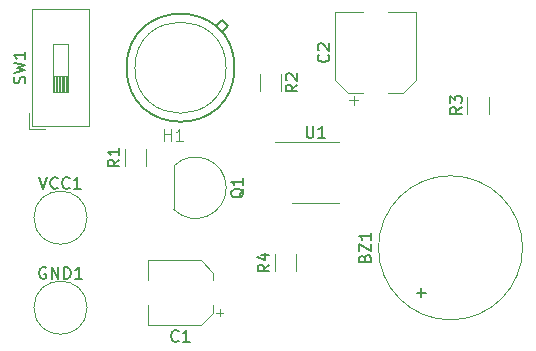
<source format=gbr>
%TF.GenerationSoftware,KiCad,Pcbnew,(5.1.9)-1*%
%TF.CreationDate,2021-03-24T16:34:38+05:30*%
%TF.ProjectId,pir alarm system,70697220-616c-4617-926d-207379737465,1.0*%
%TF.SameCoordinates,Original*%
%TF.FileFunction,Legend,Top*%
%TF.FilePolarity,Positive*%
%FSLAX46Y46*%
G04 Gerber Fmt 4.6, Leading zero omitted, Abs format (unit mm)*
G04 Created by KiCad (PCBNEW (5.1.9)-1) date 2021-03-24 16:34:38*
%MOMM*%
%LPD*%
G01*
G04 APERTURE LIST*
%ADD10C,0.120000*%
%ADD11C,0.050800*%
%ADD12C,0.127000*%
%ADD13C,0.150000*%
%ADD14C,0.015000*%
G04 APERTURE END LIST*
D10*
%TO.C,VCC1*%
X143220000Y-127000000D02*
G75*
G03*
X143220000Y-127000000I-2250000J0D01*
G01*
%TO.C,U1*%
X162560000Y-120630000D02*
X159110000Y-120630000D01*
X162560000Y-120630000D02*
X164510000Y-120630000D01*
X162560000Y-125750000D02*
X160610000Y-125750000D01*
X162560000Y-125750000D02*
X164510000Y-125750000D01*
%TO.C,SW1*%
X140335000Y-114976667D02*
X141605000Y-114976667D01*
X141535000Y-116330000D02*
X141535000Y-114976667D01*
X141415000Y-116330000D02*
X141415000Y-114976667D01*
X141295000Y-116330000D02*
X141295000Y-114976667D01*
X141175000Y-116330000D02*
X141175000Y-114976667D01*
X141055000Y-116330000D02*
X141055000Y-114976667D01*
X140935000Y-116330000D02*
X140935000Y-114976667D01*
X140815000Y-116330000D02*
X140815000Y-114976667D01*
X140695000Y-116330000D02*
X140695000Y-114976667D01*
X140575000Y-116330000D02*
X140575000Y-114976667D01*
X140455000Y-116330000D02*
X140455000Y-114976667D01*
X140335000Y-112270000D02*
X140335000Y-116330000D01*
X141605000Y-112270000D02*
X140335000Y-112270000D01*
X141605000Y-116330000D02*
X141605000Y-112270000D01*
X140335000Y-116330000D02*
X141605000Y-116330000D01*
X138310000Y-119490000D02*
X139693000Y-119490000D01*
X138310000Y-119490000D02*
X138310000Y-118106000D01*
X138550000Y-109350000D02*
X143390000Y-109350000D01*
X138550000Y-119250000D02*
X143390000Y-119250000D01*
X143390000Y-119250000D02*
X143390000Y-109350000D01*
X138550000Y-119250000D02*
X138550000Y-109350000D01*
%TO.C,R4*%
X160930000Y-131537064D02*
X160930000Y-130082936D01*
X159110000Y-131537064D02*
X159110000Y-130082936D01*
%TO.C,R3*%
X177225001Y-118192065D02*
X177225001Y-116737937D01*
X175405001Y-118192065D02*
X175405001Y-116737937D01*
%TO.C,R2*%
X157840000Y-114842936D02*
X157840000Y-116297064D01*
X159660000Y-114842936D02*
X159660000Y-116297064D01*
%TO.C,R1*%
X148230000Y-122647064D02*
X148230000Y-121192936D01*
X146410000Y-122647064D02*
X146410000Y-121192936D01*
%TO.C,Q1*%
X150550000Y-122660000D02*
X150550000Y-126260000D01*
X150561522Y-126298478D02*
G75*
G03*
X155000000Y-124460000I1838478J1838478D01*
G01*
X150561522Y-122621522D02*
G75*
G02*
X155000000Y-124460000I1838478J-1838478D01*
G01*
D11*
%TO.C,H1*%
X154990800Y-114300000D02*
G75*
G03*
X154990800Y-114300000I-3860800J0D01*
G01*
D12*
X155702000Y-114300000D02*
G75*
G03*
X155702000Y-114300000I-4572000J0D01*
G01*
X154635200Y-110236000D02*
X155168600Y-110769400D01*
X154101800Y-110769400D02*
X154635200Y-110236000D01*
X155168600Y-110769400D02*
X154635200Y-111302800D01*
D10*
%TO.C,GND1*%
X143220000Y-134620000D02*
G75*
G03*
X143220000Y-134620000I-2250000J0D01*
G01*
%TO.C,C2*%
X165398750Y-117073750D02*
X166186250Y-117073750D01*
X165792500Y-117467500D02*
X165792500Y-116680000D01*
X169985563Y-116440000D02*
X171050000Y-115375563D01*
X165294437Y-116440000D02*
X164230000Y-115375563D01*
X165294437Y-116440000D02*
X166580000Y-116440000D01*
X169985563Y-116440000D02*
X168700000Y-116440000D01*
X171050000Y-115375563D02*
X171050000Y-109620000D01*
X164230000Y-115375563D02*
X164230000Y-109620000D01*
X164230000Y-109620000D02*
X166580000Y-109620000D01*
X171050000Y-109620000D02*
X168700000Y-109620000D01*
%TO.C,C1*%
X154442500Y-135347500D02*
X154442500Y-134722500D01*
X154755000Y-135035000D02*
X154130000Y-135035000D01*
X153890000Y-131654437D02*
X152825563Y-130590000D01*
X153890000Y-135045563D02*
X152825563Y-136110000D01*
X153890000Y-135045563D02*
X153890000Y-134410000D01*
X153890000Y-131654437D02*
X153890000Y-132290000D01*
X152825563Y-130590000D02*
X148370000Y-130590000D01*
X152825563Y-136110000D02*
X148370000Y-136110000D01*
X148370000Y-136110000D02*
X148370000Y-134410000D01*
X148370000Y-130590000D02*
X148370000Y-132290000D01*
%TO.C,BZ1*%
X180090000Y-129550000D02*
G75*
G03*
X180090000Y-129550000I-6100000J0D01*
G01*
%TO.C,VCC1*%
D13*
X139160476Y-123554380D02*
X139493809Y-124554380D01*
X139827142Y-123554380D01*
X140731904Y-124459142D02*
X140684285Y-124506761D01*
X140541428Y-124554380D01*
X140446190Y-124554380D01*
X140303333Y-124506761D01*
X140208095Y-124411523D01*
X140160476Y-124316285D01*
X140112857Y-124125809D01*
X140112857Y-123982952D01*
X140160476Y-123792476D01*
X140208095Y-123697238D01*
X140303333Y-123602000D01*
X140446190Y-123554380D01*
X140541428Y-123554380D01*
X140684285Y-123602000D01*
X140731904Y-123649619D01*
X141731904Y-124459142D02*
X141684285Y-124506761D01*
X141541428Y-124554380D01*
X141446190Y-124554380D01*
X141303333Y-124506761D01*
X141208095Y-124411523D01*
X141160476Y-124316285D01*
X141112857Y-124125809D01*
X141112857Y-123982952D01*
X141160476Y-123792476D01*
X141208095Y-123697238D01*
X141303333Y-123602000D01*
X141446190Y-123554380D01*
X141541428Y-123554380D01*
X141684285Y-123602000D01*
X141731904Y-123649619D01*
X142684285Y-124554380D02*
X142112857Y-124554380D01*
X142398571Y-124554380D02*
X142398571Y-123554380D01*
X142303333Y-123697238D01*
X142208095Y-123792476D01*
X142112857Y-123840095D01*
%TO.C,U1*%
X161798095Y-119242380D02*
X161798095Y-120051904D01*
X161845714Y-120147142D01*
X161893333Y-120194761D01*
X161988571Y-120242380D01*
X162179047Y-120242380D01*
X162274285Y-120194761D01*
X162321904Y-120147142D01*
X162369523Y-120051904D01*
X162369523Y-119242380D01*
X163369523Y-120242380D02*
X162798095Y-120242380D01*
X163083809Y-120242380D02*
X163083809Y-119242380D01*
X162988571Y-119385238D01*
X162893333Y-119480476D01*
X162798095Y-119528095D01*
%TO.C,SW1*%
X137954761Y-115633333D02*
X138002380Y-115490476D01*
X138002380Y-115252380D01*
X137954761Y-115157142D01*
X137907142Y-115109523D01*
X137811904Y-115061904D01*
X137716666Y-115061904D01*
X137621428Y-115109523D01*
X137573809Y-115157142D01*
X137526190Y-115252380D01*
X137478571Y-115442857D01*
X137430952Y-115538095D01*
X137383333Y-115585714D01*
X137288095Y-115633333D01*
X137192857Y-115633333D01*
X137097619Y-115585714D01*
X137050000Y-115538095D01*
X137002380Y-115442857D01*
X137002380Y-115204761D01*
X137050000Y-115061904D01*
X137002380Y-114728571D02*
X138002380Y-114490476D01*
X137288095Y-114300000D01*
X138002380Y-114109523D01*
X137002380Y-113871428D01*
X138002380Y-112966666D02*
X138002380Y-113538095D01*
X138002380Y-113252380D02*
X137002380Y-113252380D01*
X137145238Y-113347619D01*
X137240476Y-113442857D01*
X137288095Y-113538095D01*
%TO.C,R4*%
X158652380Y-130976666D02*
X158176190Y-131310000D01*
X158652380Y-131548095D02*
X157652380Y-131548095D01*
X157652380Y-131167142D01*
X157700000Y-131071904D01*
X157747619Y-131024285D01*
X157842857Y-130976666D01*
X157985714Y-130976666D01*
X158080952Y-131024285D01*
X158128571Y-131071904D01*
X158176190Y-131167142D01*
X158176190Y-131548095D01*
X157985714Y-130119523D02*
X158652380Y-130119523D01*
X157604761Y-130357619D02*
X158319047Y-130595714D01*
X158319047Y-129976666D01*
%TO.C,R3*%
X174947381Y-117631667D02*
X174471191Y-117965001D01*
X174947381Y-118203096D02*
X173947381Y-118203096D01*
X173947381Y-117822143D01*
X173995001Y-117726905D01*
X174042620Y-117679286D01*
X174137858Y-117631667D01*
X174280715Y-117631667D01*
X174375953Y-117679286D01*
X174423572Y-117726905D01*
X174471191Y-117822143D01*
X174471191Y-118203096D01*
X173947381Y-117298334D02*
X173947381Y-116679286D01*
X174328334Y-117012620D01*
X174328334Y-116869762D01*
X174375953Y-116774524D01*
X174423572Y-116726905D01*
X174518810Y-116679286D01*
X174756905Y-116679286D01*
X174852143Y-116726905D01*
X174899762Y-116774524D01*
X174947381Y-116869762D01*
X174947381Y-117155477D01*
X174899762Y-117250715D01*
X174852143Y-117298334D01*
%TO.C,R2*%
X161022380Y-115736666D02*
X160546190Y-116070000D01*
X161022380Y-116308095D02*
X160022380Y-116308095D01*
X160022380Y-115927142D01*
X160070000Y-115831904D01*
X160117619Y-115784285D01*
X160212857Y-115736666D01*
X160355714Y-115736666D01*
X160450952Y-115784285D01*
X160498571Y-115831904D01*
X160546190Y-115927142D01*
X160546190Y-116308095D01*
X160117619Y-115355714D02*
X160070000Y-115308095D01*
X160022380Y-115212857D01*
X160022380Y-114974761D01*
X160070000Y-114879523D01*
X160117619Y-114831904D01*
X160212857Y-114784285D01*
X160308095Y-114784285D01*
X160450952Y-114831904D01*
X161022380Y-115403333D01*
X161022380Y-114784285D01*
%TO.C,R1*%
X145952380Y-122086666D02*
X145476190Y-122420000D01*
X145952380Y-122658095D02*
X144952380Y-122658095D01*
X144952380Y-122277142D01*
X145000000Y-122181904D01*
X145047619Y-122134285D01*
X145142857Y-122086666D01*
X145285714Y-122086666D01*
X145380952Y-122134285D01*
X145428571Y-122181904D01*
X145476190Y-122277142D01*
X145476190Y-122658095D01*
X145952380Y-121134285D02*
X145952380Y-121705714D01*
X145952380Y-121420000D02*
X144952380Y-121420000D01*
X145095238Y-121515238D01*
X145190476Y-121610476D01*
X145238095Y-121705714D01*
%TO.C,Q1*%
X156507619Y-124555238D02*
X156460000Y-124650476D01*
X156364761Y-124745714D01*
X156221904Y-124888571D01*
X156174285Y-124983809D01*
X156174285Y-125079047D01*
X156412380Y-125031428D02*
X156364761Y-125126666D01*
X156269523Y-125221904D01*
X156079047Y-125269523D01*
X155745714Y-125269523D01*
X155555238Y-125221904D01*
X155460000Y-125126666D01*
X155412380Y-125031428D01*
X155412380Y-124840952D01*
X155460000Y-124745714D01*
X155555238Y-124650476D01*
X155745714Y-124602857D01*
X156079047Y-124602857D01*
X156269523Y-124650476D01*
X156364761Y-124745714D01*
X156412380Y-124840952D01*
X156412380Y-125031428D01*
X156412380Y-123650476D02*
X156412380Y-124221904D01*
X156412380Y-123936190D02*
X155412380Y-123936190D01*
X155555238Y-124031428D01*
X155650476Y-124126666D01*
X155698095Y-124221904D01*
%TO.C,H1*%
D14*
X149731226Y-120475568D02*
X149731226Y-119474237D01*
X149731226Y-119951061D02*
X150303415Y-119951061D01*
X150303415Y-120475568D02*
X150303415Y-119474237D01*
X151304746Y-120475568D02*
X150732557Y-120475568D01*
X151018651Y-120475568D02*
X151018651Y-119474237D01*
X150923286Y-119617284D01*
X150827922Y-119712649D01*
X150732557Y-119760331D01*
%TO.C,GND1*%
D13*
X139731904Y-131222000D02*
X139636666Y-131174380D01*
X139493809Y-131174380D01*
X139350952Y-131222000D01*
X139255714Y-131317238D01*
X139208095Y-131412476D01*
X139160476Y-131602952D01*
X139160476Y-131745809D01*
X139208095Y-131936285D01*
X139255714Y-132031523D01*
X139350952Y-132126761D01*
X139493809Y-132174380D01*
X139589047Y-132174380D01*
X139731904Y-132126761D01*
X139779523Y-132079142D01*
X139779523Y-131745809D01*
X139589047Y-131745809D01*
X140208095Y-132174380D02*
X140208095Y-131174380D01*
X140779523Y-132174380D01*
X140779523Y-131174380D01*
X141255714Y-132174380D02*
X141255714Y-131174380D01*
X141493809Y-131174380D01*
X141636666Y-131222000D01*
X141731904Y-131317238D01*
X141779523Y-131412476D01*
X141827142Y-131602952D01*
X141827142Y-131745809D01*
X141779523Y-131936285D01*
X141731904Y-132031523D01*
X141636666Y-132126761D01*
X141493809Y-132174380D01*
X141255714Y-132174380D01*
X142779523Y-132174380D02*
X142208095Y-132174380D01*
X142493809Y-132174380D02*
X142493809Y-131174380D01*
X142398571Y-131317238D01*
X142303333Y-131412476D01*
X142208095Y-131460095D01*
%TO.C,C2*%
X163647142Y-113196666D02*
X163694761Y-113244285D01*
X163742380Y-113387142D01*
X163742380Y-113482380D01*
X163694761Y-113625238D01*
X163599523Y-113720476D01*
X163504285Y-113768095D01*
X163313809Y-113815714D01*
X163170952Y-113815714D01*
X162980476Y-113768095D01*
X162885238Y-113720476D01*
X162790000Y-113625238D01*
X162742380Y-113482380D01*
X162742380Y-113387142D01*
X162790000Y-113244285D01*
X162837619Y-113196666D01*
X162837619Y-112815714D02*
X162790000Y-112768095D01*
X162742380Y-112672857D01*
X162742380Y-112434761D01*
X162790000Y-112339523D01*
X162837619Y-112291904D01*
X162932857Y-112244285D01*
X163028095Y-112244285D01*
X163170952Y-112291904D01*
X163742380Y-112863333D01*
X163742380Y-112244285D01*
%TO.C,C1*%
X150963333Y-137407142D02*
X150915714Y-137454761D01*
X150772857Y-137502380D01*
X150677619Y-137502380D01*
X150534761Y-137454761D01*
X150439523Y-137359523D01*
X150391904Y-137264285D01*
X150344285Y-137073809D01*
X150344285Y-136930952D01*
X150391904Y-136740476D01*
X150439523Y-136645238D01*
X150534761Y-136550000D01*
X150677619Y-136502380D01*
X150772857Y-136502380D01*
X150915714Y-136550000D01*
X150963333Y-136597619D01*
X151915714Y-137502380D02*
X151344285Y-137502380D01*
X151630000Y-137502380D02*
X151630000Y-136502380D01*
X151534761Y-136645238D01*
X151439523Y-136740476D01*
X151344285Y-136788095D01*
%TO.C,BZ1*%
X166718571Y-130430952D02*
X166766190Y-130288095D01*
X166813809Y-130240476D01*
X166909047Y-130192857D01*
X167051904Y-130192857D01*
X167147142Y-130240476D01*
X167194761Y-130288095D01*
X167242380Y-130383333D01*
X167242380Y-130764285D01*
X166242380Y-130764285D01*
X166242380Y-130430952D01*
X166290000Y-130335714D01*
X166337619Y-130288095D01*
X166432857Y-130240476D01*
X166528095Y-130240476D01*
X166623333Y-130288095D01*
X166670952Y-130335714D01*
X166718571Y-130430952D01*
X166718571Y-130764285D01*
X166242380Y-129859523D02*
X166242380Y-129192857D01*
X167242380Y-129859523D01*
X167242380Y-129192857D01*
X167242380Y-128288095D02*
X167242380Y-128859523D01*
X167242380Y-128573809D02*
X166242380Y-128573809D01*
X166385238Y-128669047D01*
X166480476Y-128764285D01*
X166528095Y-128859523D01*
X171521428Y-133740952D02*
X171521428Y-132979047D01*
X171902380Y-133360000D02*
X171140476Y-133360000D01*
%TD*%
M02*

</source>
